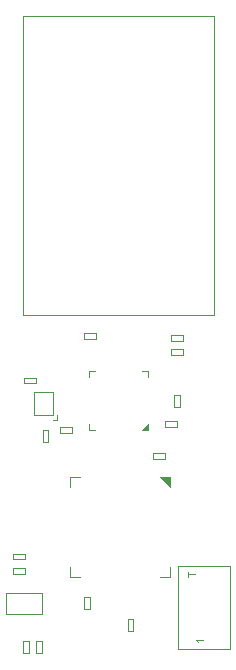
<source format=gbr>
%TF.GenerationSoftware,Altium Limited,Altium Designer,23.1.1 (15)*%
G04 Layer_Color=65535*
%FSLAX45Y45*%
%MOMM*%
%TF.SameCoordinates,8534D3C2-D56F-49E7-8A62-4489C1F11DDD*%
%TF.FilePolarity,Positive*%
%TF.FileFunction,Legend,Top*%
%TF.Part,Single*%
G01*
G75*
%TA.AperFunction,NonConductor*%
%ADD32C,0.10000*%
G36*
X1435000Y1955000D02*
Y1870000D01*
X1350000Y1955000D01*
X1435000D01*
D02*
G37*
G36*
X1250000Y2400000D02*
Y2350000D01*
X1200000D01*
X1250000Y2400000D01*
D02*
G37*
G36*
X1595557Y1128920D02*
X1652001D01*
Y1120461D01*
X1595557D01*
Y1099381D01*
X1587998D01*
Y1150000D01*
X1595557D01*
Y1128920D01*
D02*
G37*
G36*
X1720000Y562164D02*
X1670004D01*
X1670143Y562025D01*
X1670490Y561679D01*
X1670975Y561055D01*
X1671668Y560153D01*
X1672501Y559113D01*
X1673402Y557795D01*
X1674373Y556339D01*
X1675413Y554675D01*
Y554606D01*
X1675552Y554467D01*
X1675690Y554259D01*
X1675829Y553912D01*
X1676106Y553496D01*
X1676314Y553011D01*
X1676938Y551901D01*
X1677563Y550653D01*
X1678256Y549266D01*
X1678880Y547810D01*
X1679435Y546423D01*
X1671877D01*
X1671807Y546493D01*
X1671738Y546701D01*
X1671530Y547047D01*
X1671322Y547533D01*
X1671044Y548088D01*
X1670628Y548781D01*
X1670212Y549544D01*
X1669796Y550306D01*
X1668687Y552109D01*
X1667369Y554051D01*
X1665982Y556062D01*
X1664388Y557934D01*
X1664318Y558003D01*
X1664180Y558142D01*
X1663972Y558420D01*
X1663625Y558766D01*
X1663209Y559113D01*
X1662793Y559598D01*
X1661614Y560638D01*
X1660366Y561817D01*
X1658910Y562996D01*
X1657384Y564036D01*
X1655789Y564938D01*
Y570000D01*
X1720000D01*
Y562164D01*
D02*
G37*
D32*
X1491000Y2375000D02*
Y2425000D01*
X1389000Y2375000D02*
Y2425000D01*
X1491000D01*
X1389000Y2375000D02*
X1491000D01*
X1435000Y1870000D02*
Y1955000D01*
X1350000D02*
X1435000D01*
X1350000Y1105000D02*
X1435000D01*
Y1190000D01*
X585000Y1105000D02*
Y1190000D01*
Y1105000D02*
X670000D01*
X585000Y1955000D02*
X670000D01*
X585000Y1870000D02*
Y1955000D01*
X1546000Y2985000D02*
Y3035000D01*
X1444000Y2985000D02*
Y3035000D01*
X1546000D01*
X1444000Y2985000D02*
X1546000D01*
X1465000Y2549000D02*
X1515000D01*
X1465000Y2651000D02*
X1515000D01*
Y2549000D02*
Y2651000D01*
X1465000Y2549000D02*
Y2651000D01*
X190000Y3322000D02*
Y5852000D01*
Y3322000D02*
X1810000D01*
Y5852000D01*
X190000D02*
X1810000D01*
X709000Y3125000D02*
X811000D01*
X709000D02*
Y3175000D01*
X811000Y3125000D02*
Y3175000D01*
X709000D02*
X811000D01*
X1444000Y3155000D02*
X1546000D01*
Y3105000D02*
Y3155000D01*
X1444000Y3105000D02*
Y3155000D01*
Y3105000D02*
X1546000D01*
X1250000Y2350000D02*
Y2400000D01*
X1200000Y2350000D02*
X1250000D01*
X1200000Y2850000D02*
X1250000D01*
Y2800000D02*
Y2850000D01*
X750000Y2800000D02*
Y2850000D01*
X800000D01*
X750000Y2350000D02*
X800000D01*
X750000D02*
Y2400000D01*
X1940000Y500000D02*
Y1200000D01*
X1500000D02*
X1940000D01*
X1500000Y500000D02*
Y1200000D01*
Y500000D02*
X1940000D01*
X705000Y839000D02*
Y941000D01*
X755000Y839000D02*
Y941000D01*
X705000D02*
X755000D01*
X705000Y839000D02*
X755000D01*
X1289000Y2105000D02*
X1391000D01*
X1289000Y2155000D02*
X1391000D01*
X1289000Y2105000D02*
Y2155000D01*
X1391000Y2105000D02*
Y2155000D01*
X104000Y1255000D02*
X206000D01*
X104000Y1305000D02*
X206000D01*
X104000Y1255000D02*
Y1305000D01*
X206000Y1255000D02*
Y1305000D01*
X47500Y967500D02*
X352500D01*
X47500Y792500D02*
Y967500D01*
Y792500D02*
X352500D01*
Y967500D01*
X350000Y459000D02*
Y561000D01*
X300000Y459000D02*
Y561000D01*
Y459000D02*
X350000D01*
X300000Y561000D02*
X350000D01*
X1075000Y649000D02*
Y751000D01*
X1125000D01*
X1075000Y649000D02*
X1125000D01*
Y751000D01*
X240000Y459000D02*
Y561000D01*
X190000Y459000D02*
Y561000D01*
Y459000D02*
X240000D01*
X190000Y561000D02*
X240000D01*
X104000Y1135000D02*
X206000D01*
X104000Y1185000D02*
X206000D01*
X104000Y1135000D02*
Y1185000D01*
X206000Y1135000D02*
Y1185000D01*
X280000Y2475000D02*
Y2675000D01*
X440000D01*
Y2475000D02*
Y2675000D01*
X280000Y2475000D02*
X440000D01*
Y2435000D02*
X480000D01*
Y2475000D01*
X199000Y2795000D02*
X301000D01*
X199000Y2745000D02*
X301000D01*
Y2795000D01*
X199000Y2745000D02*
Y2795000D01*
X355000Y2249000D02*
Y2351000D01*
X405000Y2249000D02*
Y2351000D01*
X355000D02*
X405000D01*
X355000Y2249000D02*
X405000D01*
X499000Y2375000D02*
X601000D01*
X499000Y2325000D02*
X601000D01*
Y2375000D01*
X499000Y2325000D02*
Y2375000D01*
%TF.MD5,9d884129cef8f08cd3462e8573e29705*%
M02*

</source>
